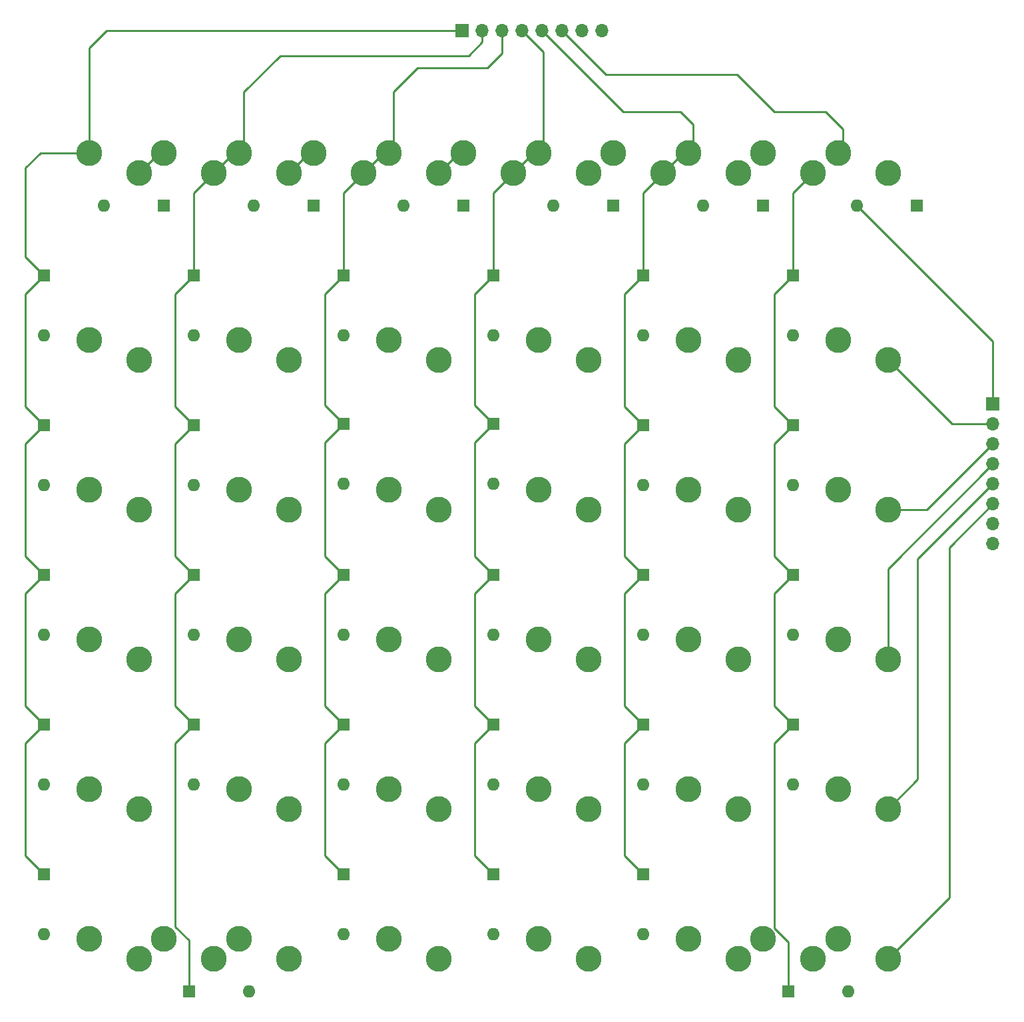
<source format=gbr>
%TF.GenerationSoftware,KiCad,Pcbnew,(6.0.9)*%
%TF.CreationDate,2022-11-26T17:52:30+01:00*%
%TF.ProjectId,tekskey,74656b73-6b65-4792-9e6b-696361645f70,rev?*%
%TF.SameCoordinates,Original*%
%TF.FileFunction,Copper,L2,Bot*%
%TF.FilePolarity,Positive*%
%FSLAX46Y46*%
G04 Gerber Fmt 4.6, Leading zero omitted, Abs format (unit mm)*
G04 Created by KiCad (PCBNEW (6.0.9)) date 2022-11-26 17:52:30*
%MOMM*%
%LPD*%
G01*
G04 APERTURE LIST*
%TA.AperFunction,ComponentPad*%
%ADD10O,1.600000X1.600000*%
%TD*%
%TA.AperFunction,ComponentPad*%
%ADD11R,1.600000X1.600000*%
%TD*%
%TA.AperFunction,ComponentPad*%
%ADD12C,3.300000*%
%TD*%
%TA.AperFunction,ComponentPad*%
%ADD13R,1.700000X1.700000*%
%TD*%
%TA.AperFunction,ComponentPad*%
%ADD14O,1.700000X1.700000*%
%TD*%
%TA.AperFunction,Conductor*%
%ADD15C,0.250000*%
%TD*%
G04 APERTURE END LIST*
D10*
%TO.P,D31,2,A*%
%TO.N,row0*%
X45720000Y-47625000D03*
D11*
%TO.P,D31,1,K*%
%TO.N,Net-(D31-Pad1)*%
X53340000Y-47625000D03*
%TD*%
D12*
%TO.P,SW10,1,1*%
%TO.N,Net-(D1-Pad2)*%
X43815000Y-64770000D03*
%TO.P,SW10,2,2*%
%TO.N,row1*%
X50165000Y-67310000D03*
%TD*%
D11*
%TO.P,D1,1,K*%
%TO.N,col0*%
X38100000Y-56515000D03*
D10*
%TO.P,D1,2,A*%
%TO.N,Net-(D1-Pad2)*%
X38100000Y-64135000D03*
%TD*%
D12*
%TO.P,SW51B1,1,1*%
%TO.N,row5*%
X53340000Y-140970000D03*
%TO.P,SW51B1,2,2*%
%TO.N,Net-(D26-Pad2)*%
X59690000Y-143510000D03*
%TD*%
D11*
%TO.P,D22,1,K*%
%TO.N,col3*%
X95250000Y-113665000D03*
D10*
%TO.P,D22,2,A*%
%TO.N,Net-(D22-Pad2)*%
X95250000Y-121285000D03*
%TD*%
D11*
%TO.P,D32,1,K*%
%TO.N,Net-(D32-Pad1)*%
X72390000Y-47625000D03*
D10*
%TO.P,D32,2,A*%
%TO.N,row0*%
X64770000Y-47625000D03*
%TD*%
D11*
%TO.P,D23,1,K*%
%TO.N,col4*%
X114300000Y-113665000D03*
D10*
%TO.P,D23,2,A*%
%TO.N,Net-(D23-Pad2)*%
X114300000Y-121285000D03*
%TD*%
D12*
%TO.P,SW45,1,1*%
%TO.N,Net-(D24-Pad2)*%
X139065000Y-121920000D03*
%TO.P,SW45,2,2*%
%TO.N,row4*%
X145415000Y-124460000D03*
%TD*%
%TO.P,SW33,1,1*%
%TO.N,Net-(D16-Pad2)*%
X100965000Y-102870000D03*
%TO.P,SW33,2,2*%
%TO.N,row3*%
X107315000Y-105410000D03*
%TD*%
%TO.P,SW15,1,1*%
%TO.N,Net-(D6-Pad2)*%
X139065000Y-64770000D03*
%TO.P,SW15,2,2*%
%TO.N,row1*%
X145415000Y-67310000D03*
%TD*%
%TO.P,SW13,1,1*%
%TO.N,Net-(D4-Pad2)*%
X100965000Y-64770000D03*
%TO.P,SW13,2,2*%
%TO.N,row1*%
X107315000Y-67310000D03*
%TD*%
D11*
%TO.P,D16,1,K*%
%TO.N,col3*%
X95250000Y-94615000D03*
D10*
%TO.P,D16,2,A*%
%TO.N,Net-(D16-Pad2)*%
X95250000Y-102235000D03*
%TD*%
D12*
%TO.P,SW31,1,1*%
%TO.N,Net-(D15-Pad2)*%
X62865000Y-102870000D03*
%TO.P,SW31,2,2*%
%TO.N,row3*%
X69215000Y-105410000D03*
%TD*%
D11*
%TO.P,D19,1,K*%
%TO.N,col0*%
X38100000Y-113665000D03*
D10*
%TO.P,D19,2,A*%
%TO.N,Net-(D19-Pad2)*%
X38100000Y-121285000D03*
%TD*%
D12*
%TO.P,SW51,1,1*%
%TO.N,Net-(D26-Pad2)*%
X62865000Y-140970000D03*
%TO.P,SW51,2,2*%
%TO.N,row5*%
X69215000Y-143510000D03*
%TD*%
%TO.P,SW11,1,1*%
%TO.N,Net-(D2-Pad2)*%
X62865000Y-64770000D03*
%TO.P,SW11,2,2*%
%TO.N,row1*%
X69215000Y-67310000D03*
%TD*%
%TO.P,SW3,1,1*%
%TO.N,col3*%
X100965000Y-40957500D03*
%TO.P,SW3,2,2*%
%TO.N,Net-(D34-Pad1)*%
X107315000Y-43497500D03*
%TD*%
%TO.P,SW0,1,1*%
%TO.N,col0*%
X43815000Y-40957500D03*
%TO.P,SW0,2,2*%
%TO.N,Net-(D31-Pad1)*%
X50165000Y-43497500D03*
%TD*%
D11*
%TO.P,D20,1,K*%
%TO.N,col1*%
X57150000Y-113665000D03*
D10*
%TO.P,D20,2,A*%
%TO.N,Net-(D20-Pad2)*%
X57150000Y-121285000D03*
%TD*%
D11*
%TO.P,D25,1,K*%
%TO.N,col0*%
X38100000Y-132715000D03*
D10*
%TO.P,D25,2,A*%
%TO.N,Net-(D25-Pad2)*%
X38100000Y-140335000D03*
%TD*%
D11*
%TO.P,D36,1,K*%
%TO.N,Net-(D36-Pad1)*%
X149066250Y-47625000D03*
D10*
%TO.P,D36,2,A*%
%TO.N,row0*%
X141446250Y-47625000D03*
%TD*%
D12*
%TO.P,SW52,1,1*%
%TO.N,Net-(D27-Pad2)*%
X81915000Y-140970000D03*
%TO.P,SW52,2,2*%
%TO.N,row5*%
X88265000Y-143510000D03*
%TD*%
D13*
%TO.P,J2,1,Pin_1*%
%TO.N,col0*%
X91281250Y-25400000D03*
D14*
%TO.P,J2,2,Pin_2*%
%TO.N,col1*%
X93821250Y-25400000D03*
%TO.P,J2,3,Pin_3*%
%TO.N,col2*%
X96361250Y-25400000D03*
%TO.P,J2,4,Pin_4*%
%TO.N,col3*%
X98901250Y-25400000D03*
%TO.P,J2,5,Pin_5*%
%TO.N,col4*%
X101441250Y-25400000D03*
%TO.P,J2,6,Pin_6*%
%TO.N,col5*%
X103981250Y-25400000D03*
%TO.P,J2,7,Pin_7*%
%TO.N,LEDIN*%
X106521250Y-25400000D03*
%TO.P,J2,8,Pin_8*%
%TO.N,unconnected-(J2-Pad8)*%
X109061250Y-25400000D03*
%TD*%
D12*
%TO.P,SW34,1,1*%
%TO.N,Net-(D17-Pad2)*%
X120015000Y-102870000D03*
%TO.P,SW34,2,2*%
%TO.N,row3*%
X126365000Y-105410000D03*
%TD*%
%TO.P,SW50,1,1*%
%TO.N,Net-(D25-Pad2)*%
X43815000Y-140970000D03*
%TO.P,SW50,2,2*%
%TO.N,row5*%
X50165000Y-143510000D03*
%TD*%
%TO.P,SW21,1,1*%
%TO.N,Net-(D8-Pad2)*%
X62865000Y-83820000D03*
%TO.P,SW21,2,2*%
%TO.N,row2*%
X69215000Y-86360000D03*
%TD*%
D11*
%TO.P,D13,1,K*%
%TO.N,col2*%
X76200000Y-94615000D03*
D10*
%TO.P,D13,2,A*%
%TO.N,Net-(D13-Pad2)*%
X76200000Y-102235000D03*
%TD*%
D11*
%TO.P,D9,1,K*%
%TO.N,col2*%
X76200000Y-75406250D03*
D10*
%TO.P,D9,2,A*%
%TO.N,Net-(D9-Pad2)*%
X76200000Y-83026250D03*
%TD*%
D12*
%TO.P,SW32,1,1*%
%TO.N,Net-(D13-Pad2)*%
X81915000Y-102870000D03*
%TO.P,SW32,2,2*%
%TO.N,row3*%
X88265000Y-105410000D03*
%TD*%
%TO.P,SW2,1,1*%
%TO.N,col2*%
X81915000Y-40957500D03*
%TO.P,SW2,2,2*%
%TO.N,Net-(D33-Pad1)*%
X88265000Y-43497500D03*
%TD*%
%TO.P,SW54,1,1*%
%TO.N,Net-(D29-Pad2)*%
X120015000Y-140970000D03*
%TO.P,SW54,2,2*%
%TO.N,row5*%
X126365000Y-143510000D03*
%TD*%
%TO.P,SW3B1,1,1*%
%TO.N,Net-(D33-Pad1)*%
X91440000Y-40957500D03*
%TO.P,SW3B1,2,2*%
%TO.N,col3*%
X97790000Y-43497500D03*
%TD*%
%TO.P,SW2B1,1,1*%
%TO.N,Net-(D32-Pad1)*%
X72390000Y-40957500D03*
%TO.P,SW2B1,2,2*%
%TO.N,col2*%
X78740000Y-43497500D03*
%TD*%
D11*
%TO.P,D7,1,K*%
%TO.N,col0*%
X38100000Y-75565000D03*
D10*
%TO.P,D7,2,A*%
%TO.N,Net-(D7-Pad2)*%
X38100000Y-83185000D03*
%TD*%
D12*
%TO.P,SW41,1,1*%
%TO.N,Net-(D20-Pad2)*%
X62865000Y-121920000D03*
%TO.P,SW41,2,2*%
%TO.N,row4*%
X69215000Y-124460000D03*
%TD*%
D11*
%TO.P,D26,1,K*%
%TO.N,col1*%
X56515000Y-147637500D03*
D10*
%TO.P,D26,2,A*%
%TO.N,Net-(D26-Pad2)*%
X64135000Y-147637500D03*
%TD*%
D11*
%TO.P,D17,1,K*%
%TO.N,col4*%
X114300000Y-94615000D03*
D10*
%TO.P,D17,2,A*%
%TO.N,Net-(D17-Pad2)*%
X114300000Y-102235000D03*
%TD*%
D12*
%TO.P,SW1,1,1*%
%TO.N,col1*%
X62865000Y-40957500D03*
%TO.P,SW1,2,2*%
%TO.N,Net-(D32-Pad1)*%
X69215000Y-43497500D03*
%TD*%
D11*
%TO.P,D28,1,K*%
%TO.N,col3*%
X95250000Y-132715000D03*
D10*
%TO.P,D28,2,A*%
%TO.N,Net-(D28-Pad2)*%
X95250000Y-140335000D03*
%TD*%
D11*
%TO.P,D35,1,K*%
%TO.N,Net-(D35-Pad1)*%
X129540000Y-47625000D03*
D10*
%TO.P,D35,2,A*%
%TO.N,row0*%
X121920000Y-47625000D03*
%TD*%
D11*
%TO.P,D4,1,K*%
%TO.N,col3*%
X95250000Y-56515000D03*
D10*
%TO.P,D4,2,A*%
%TO.N,Net-(D4-Pad2)*%
X95250000Y-64135000D03*
%TD*%
D12*
%TO.P,SW55B1,1,1*%
%TO.N,row5*%
X129540000Y-140970000D03*
%TO.P,SW55B1,2,2*%
%TO.N,Net-(SW55B1-Pad2)*%
X135890000Y-143510000D03*
%TD*%
%TO.P,SW25,1,1*%
%TO.N,Net-(D12-Pad2)*%
X139065000Y-83820000D03*
%TO.P,SW25,2,2*%
%TO.N,row2*%
X145415000Y-86360000D03*
%TD*%
D11*
%TO.P,D3,1,K*%
%TO.N,col2*%
X76200000Y-56515000D03*
D10*
%TO.P,D3,2,A*%
%TO.N,Net-(D3-Pad2)*%
X76200000Y-64135000D03*
%TD*%
D11*
%TO.P,D6,1,K*%
%TO.N,col5*%
X133350000Y-56515000D03*
D10*
%TO.P,D6,2,A*%
%TO.N,Net-(D6-Pad2)*%
X133350000Y-64135000D03*
%TD*%
D11*
%TO.P,D18,1,K*%
%TO.N,col5*%
X133350000Y-94615000D03*
D10*
%TO.P,D18,2,A*%
%TO.N,Net-(D18-Pad2)*%
X133350000Y-102235000D03*
%TD*%
D11*
%TO.P,D34,1,K*%
%TO.N,Net-(D34-Pad1)*%
X110490000Y-47625000D03*
D10*
%TO.P,D34,2,A*%
%TO.N,row0*%
X102870000Y-47625000D03*
%TD*%
D12*
%TO.P,SW4B1,1,1*%
%TO.N,Net-(D34-Pad1)*%
X110490000Y-40957500D03*
%TO.P,SW4B1,2,2*%
%TO.N,col4*%
X116840000Y-43497500D03*
%TD*%
%TO.P,SW5,1,1*%
%TO.N,col5*%
X139065000Y-40957500D03*
%TO.P,SW5,2,2*%
%TO.N,Net-(D36-Pad1)*%
X145415000Y-43497500D03*
%TD*%
D11*
%TO.P,D2,1,K*%
%TO.N,col1*%
X57150000Y-56515000D03*
D10*
%TO.P,D2,2,A*%
%TO.N,Net-(D2-Pad2)*%
X57150000Y-64135000D03*
%TD*%
D11*
%TO.P,D30,1,K*%
%TO.N,col5*%
X132715000Y-147637500D03*
D10*
%TO.P,D30,2,A*%
%TO.N,Net-(SW55B1-Pad2)*%
X140335000Y-147637500D03*
%TD*%
D12*
%TO.P,SW20,1,1*%
%TO.N,Net-(D7-Pad2)*%
X43815000Y-83820000D03*
%TO.P,SW20,2,2*%
%TO.N,row2*%
X50165000Y-86360000D03*
%TD*%
D11*
%TO.P,D29,1,K*%
%TO.N,col4*%
X114300000Y-132715000D03*
D10*
%TO.P,D29,2,A*%
%TO.N,Net-(D29-Pad2)*%
X114300000Y-140335000D03*
%TD*%
D12*
%TO.P,SW1B1,1,1*%
%TO.N,Net-(D31-Pad1)*%
X53340000Y-40957500D03*
%TO.P,SW1B1,2,2*%
%TO.N,col1*%
X59690000Y-43497500D03*
%TD*%
%TO.P,SW4,1,1*%
%TO.N,col4*%
X120015000Y-40957500D03*
%TO.P,SW4,2,2*%
%TO.N,Net-(D35-Pad1)*%
X126365000Y-43497500D03*
%TD*%
D11*
%TO.P,D33,1,K*%
%TO.N,Net-(D33-Pad1)*%
X91440000Y-47625000D03*
D10*
%TO.P,D33,2,A*%
%TO.N,row0*%
X83820000Y-47625000D03*
%TD*%
D12*
%TO.P,SW5B1,1,1*%
%TO.N,Net-(D35-Pad1)*%
X129540000Y-40957500D03*
%TO.P,SW5B1,2,2*%
%TO.N,col5*%
X135890000Y-43497500D03*
%TD*%
%TO.P,SW30,1,1*%
%TO.N,Net-(D14-Pad2)*%
X43815000Y-102870000D03*
%TO.P,SW30,2,2*%
%TO.N,row3*%
X50165000Y-105410000D03*
%TD*%
D11*
%TO.P,D27,1,K*%
%TO.N,col2*%
X76200000Y-132715000D03*
D10*
%TO.P,D27,2,A*%
%TO.N,Net-(D27-Pad2)*%
X76200000Y-140335000D03*
%TD*%
D12*
%TO.P,SW42,1,1*%
%TO.N,Net-(D21-Pad2)*%
X81915000Y-121920000D03*
%TO.P,SW42,2,2*%
%TO.N,row4*%
X88265000Y-124460000D03*
%TD*%
%TO.P,SW55,1,1*%
%TO.N,Net-(SW55B1-Pad2)*%
X139065000Y-140970000D03*
%TO.P,SW55,2,2*%
%TO.N,row5*%
X145415000Y-143510000D03*
%TD*%
%TO.P,SW24,1,1*%
%TO.N,Net-(D11-Pad2)*%
X120015000Y-83820000D03*
%TO.P,SW24,2,2*%
%TO.N,row2*%
X126365000Y-86360000D03*
%TD*%
%TO.P,SW40,1,1*%
%TO.N,Net-(D19-Pad2)*%
X43815000Y-121920000D03*
%TO.P,SW40,2,2*%
%TO.N,row4*%
X50165000Y-124460000D03*
%TD*%
D11*
%TO.P,D5,1,K*%
%TO.N,col4*%
X114300000Y-56515000D03*
D10*
%TO.P,D5,2,A*%
%TO.N,Net-(D5-Pad2)*%
X114300000Y-64135000D03*
%TD*%
D12*
%TO.P,SW14,1,1*%
%TO.N,Net-(D5-Pad2)*%
X120015000Y-64770000D03*
%TO.P,SW14,2,2*%
%TO.N,row1*%
X126365000Y-67310000D03*
%TD*%
D11*
%TO.P,D10,1,K*%
%TO.N,col3*%
X95250000Y-75406250D03*
D10*
%TO.P,D10,2,A*%
%TO.N,Net-(D10-Pad2)*%
X95250000Y-83026250D03*
%TD*%
D11*
%TO.P,D15,1,K*%
%TO.N,col1*%
X57150000Y-94615000D03*
D10*
%TO.P,D15,2,A*%
%TO.N,Net-(D15-Pad2)*%
X57150000Y-102235000D03*
%TD*%
D12*
%TO.P,SW44,1,1*%
%TO.N,Net-(D23-Pad2)*%
X120015000Y-121920000D03*
%TO.P,SW44,2,2*%
%TO.N,row4*%
X126365000Y-124460000D03*
%TD*%
D11*
%TO.P,D21,1,K*%
%TO.N,col2*%
X76200000Y-113665000D03*
D10*
%TO.P,D21,2,A*%
%TO.N,Net-(D21-Pad2)*%
X76200000Y-121285000D03*
%TD*%
D13*
%TO.P,J1,1,Pin_1*%
%TO.N,row0*%
X158750000Y-72881250D03*
D14*
%TO.P,J1,2,Pin_2*%
%TO.N,row1*%
X158750000Y-75421250D03*
%TO.P,J1,3,Pin_3*%
%TO.N,row2*%
X158750000Y-77961250D03*
%TO.P,J1,4,Pin_4*%
%TO.N,row3*%
X158750000Y-80501250D03*
%TO.P,J1,5,Pin_5*%
%TO.N,row4*%
X158750000Y-83041250D03*
%TO.P,J1,6,Pin_6*%
%TO.N,row5*%
X158750000Y-85581250D03*
%TO.P,J1,7,Pin_7*%
%TO.N,+5V*%
X158750000Y-88121250D03*
%TO.P,J1,8,Pin_8*%
%TO.N,GND*%
X158750000Y-90661250D03*
%TD*%
D12*
%TO.P,SW23,1,1*%
%TO.N,Net-(D10-Pad2)*%
X100965000Y-83820000D03*
%TO.P,SW23,2,2*%
%TO.N,row2*%
X107315000Y-86360000D03*
%TD*%
D11*
%TO.P,D24,1,K*%
%TO.N,col5*%
X133350000Y-113665000D03*
D10*
%TO.P,D24,2,A*%
%TO.N,Net-(D24-Pad2)*%
X133350000Y-121285000D03*
%TD*%
D11*
%TO.P,D8,1,K*%
%TO.N,col1*%
X57150000Y-75565000D03*
D10*
%TO.P,D8,2,A*%
%TO.N,Net-(D8-Pad2)*%
X57150000Y-83185000D03*
%TD*%
D12*
%TO.P,SW53,1,1*%
%TO.N,Net-(D28-Pad2)*%
X100965000Y-140970000D03*
%TO.P,SW53,2,2*%
%TO.N,row5*%
X107315000Y-143510000D03*
%TD*%
%TO.P,SW12,1,1*%
%TO.N,Net-(D3-Pad2)*%
X81915000Y-64770000D03*
%TO.P,SW12,2,2*%
%TO.N,row1*%
X88265000Y-67310000D03*
%TD*%
D11*
%TO.P,D12,1,K*%
%TO.N,col5*%
X133350000Y-75565000D03*
D10*
%TO.P,D12,2,A*%
%TO.N,Net-(D12-Pad2)*%
X133350000Y-83185000D03*
%TD*%
D12*
%TO.P,SW22,1,1*%
%TO.N,Net-(D9-Pad2)*%
X81915000Y-83820000D03*
%TO.P,SW22,2,2*%
%TO.N,row2*%
X88265000Y-86360000D03*
%TD*%
D11*
%TO.P,D14,1,K*%
%TO.N,col0*%
X38100000Y-94615000D03*
D10*
%TO.P,D14,2,A*%
%TO.N,Net-(D14-Pad2)*%
X38100000Y-102235000D03*
%TD*%
D12*
%TO.P,SW35,1,1*%
%TO.N,Net-(D18-Pad2)*%
X139065000Y-102870000D03*
%TO.P,SW35,2,2*%
%TO.N,row3*%
X145415000Y-105410000D03*
%TD*%
D11*
%TO.P,D11,1,K*%
%TO.N,col4*%
X114300000Y-75565000D03*
D10*
%TO.P,D11,2,A*%
%TO.N,Net-(D11-Pad2)*%
X114300000Y-83185000D03*
%TD*%
D12*
%TO.P,SW43,1,1*%
%TO.N,Net-(D22-Pad2)*%
X100965000Y-121920000D03*
%TO.P,SW43,2,2*%
%TO.N,row4*%
X107315000Y-124460000D03*
%TD*%
D15*
%TO.N,col4*%
X120630001Y-37286251D02*
X120630001Y-40342499D01*
X119062500Y-35718750D02*
X120630001Y-37286251D01*
X120630001Y-40342499D02*
X120015000Y-40957500D01*
X111760000Y-35718750D02*
X119062500Y-35718750D01*
X101441250Y-25400000D02*
X111760000Y-35718750D01*
%TO.N,col0*%
X46037500Y-25400000D02*
X43815000Y-27622500D01*
X46037500Y-25400000D02*
X91281250Y-25400000D01*
X43815000Y-27622500D02*
X43815000Y-40957500D01*
%TO.N,col5*%
X130968750Y-35718750D02*
X137499020Y-35718750D01*
X126206250Y-30956250D02*
X130968750Y-35718750D01*
X103981250Y-25400000D02*
X109537500Y-30956250D01*
X109537500Y-30956250D02*
X126206250Y-30956250D01*
X137499020Y-35718750D02*
X139680001Y-37899732D01*
%TO.N,col3*%
X101600000Y-40322500D02*
X101600000Y-28098750D01*
X101600000Y-28098750D02*
X98901250Y-25400000D01*
X100965000Y-40957500D02*
X101600000Y-40322500D01*
%TO.N,col2*%
X96361250Y-28257500D02*
X96361250Y-25400000D01*
%TO.N,col1*%
X93821250Y-25400000D02*
X93821250Y-26828750D01*
%TO.N,col5*%
X139680001Y-40342499D02*
X139065000Y-40957500D01*
X139680001Y-37899732D02*
X139680001Y-40342499D01*
%TO.N,col4*%
X119380000Y-40957500D02*
X120015000Y-40957500D01*
X116840000Y-43497500D02*
X119380000Y-40957500D01*
%TO.N,col2*%
X81280000Y-40957500D02*
X81915000Y-40957500D01*
X78740000Y-43497500D02*
X81280000Y-40957500D01*
%TO.N,col3*%
X100330000Y-40957500D02*
X100965000Y-40957500D01*
X97790000Y-43497500D02*
X100330000Y-40957500D01*
%TO.N,Net-(D33-Pad1)*%
X90805000Y-40957500D02*
X91440000Y-40957500D01*
X88265000Y-43497500D02*
X90805000Y-40957500D01*
%TO.N,Net-(D31-Pad1)*%
X52705000Y-40957500D02*
X53340000Y-40957500D01*
X50165000Y-43497500D02*
X52705000Y-40957500D01*
%TO.N,col1*%
X62230000Y-40957500D02*
X62865000Y-40957500D01*
X59690000Y-43497500D02*
X62230000Y-40957500D01*
%TO.N,Net-(D32-Pad1)*%
X71755000Y-40957500D02*
X72390000Y-40957500D01*
X69215000Y-43497500D02*
X71755000Y-40957500D01*
%TO.N,col2*%
X94456250Y-30162500D02*
X96361250Y-28257500D01*
X82530001Y-40342499D02*
X82530001Y-33201210D01*
X85568711Y-30162500D02*
X94456250Y-30162500D01*
X81915000Y-40957500D02*
X82530001Y-40342499D01*
X82530001Y-33201210D02*
X85568711Y-30162500D01*
%TO.N,col1*%
X63480001Y-33201210D02*
X63480001Y-40342499D01*
X92075000Y-28575000D02*
X68106211Y-28575000D01*
X63480001Y-40342499D02*
X62865000Y-40957500D01*
X93821250Y-26828750D02*
X92075000Y-28575000D01*
X68106211Y-28575000D02*
X63480001Y-33201210D01*
%TO.N,col0*%
X35718750Y-111283750D02*
X38100000Y-113665000D01*
X38100000Y-113665000D02*
X35718750Y-116046250D01*
%TO.N,row5*%
X153193750Y-135731250D02*
X145415000Y-143510000D01*
X153193750Y-91137500D02*
X153193750Y-135731250D01*
X158750000Y-85581250D02*
X153193750Y-91137500D01*
%TO.N,row4*%
X149205001Y-92586249D02*
X149205001Y-120669999D01*
X149205001Y-120669999D02*
X145415000Y-124460000D01*
X158750000Y-83041250D02*
X149205001Y-92586249D01*
%TO.N,row3*%
X145415000Y-93836250D02*
X145415000Y-105410000D01*
X158750000Y-80501250D02*
X145415000Y-93836250D01*
%TO.N,row2*%
X150351250Y-86360000D02*
X145415000Y-86360000D01*
X158750000Y-77961250D02*
X150351250Y-86360000D01*
%TO.N,row1*%
X153526250Y-75421250D02*
X158750000Y-75421250D01*
X145415000Y-67310000D02*
X153526250Y-75421250D01*
%TO.N,row0*%
X158750000Y-64928750D02*
X158750000Y-72881250D01*
X141446250Y-47625000D02*
X158750000Y-64928750D01*
%TO.N,col5*%
X132715000Y-147637500D02*
X132715000Y-141351928D01*
X130968750Y-139605678D02*
X132715000Y-141351928D01*
%TO.N,col1*%
X54768750Y-139398884D02*
X56515000Y-141145134D01*
X56515000Y-147637500D02*
X56515000Y-141145134D01*
%TO.N,col0*%
X35718750Y-42862500D02*
X35718750Y-54133750D01*
X37623750Y-40957500D02*
X35718750Y-42862500D01*
X35718750Y-54133750D02*
X38100000Y-56515000D01*
X43815000Y-40957500D02*
X37623750Y-40957500D01*
%TO.N,col5*%
X133350000Y-113665000D02*
X130968750Y-116046250D01*
X130968750Y-116046250D02*
X130968750Y-139605678D01*
%TO.N,col4*%
X111918750Y-130333750D02*
X114300000Y-132715000D01*
X111918750Y-116046250D02*
X111918750Y-130333750D01*
X114300000Y-113665000D02*
X111918750Y-116046250D01*
%TO.N,col5*%
X130968750Y-96996250D02*
X130968750Y-111283750D01*
X130968750Y-111283750D02*
X133350000Y-113665000D01*
X133350000Y-94615000D02*
X130968750Y-96996250D01*
%TO.N,col4*%
X111918750Y-111283750D02*
X114300000Y-113665000D01*
X111918750Y-96996250D02*
X111918750Y-111283750D01*
X114300000Y-94615000D02*
X111918750Y-96996250D01*
%TO.N,col5*%
X130968750Y-92233750D02*
X133350000Y-94615000D01*
X130968750Y-77946250D02*
X130968750Y-92233750D01*
X133350000Y-75565000D02*
X130968750Y-77946250D01*
%TO.N,col4*%
X111918750Y-92233750D02*
X114300000Y-94615000D01*
X111918750Y-77946250D02*
X111918750Y-92233750D01*
X114300000Y-75565000D02*
X111918750Y-77946250D01*
%TO.N,col5*%
X130968750Y-73183750D02*
X133350000Y-75565000D01*
X130968750Y-58896250D02*
X130968750Y-73183750D01*
X133350000Y-56515000D02*
X130968750Y-58896250D01*
%TO.N,col4*%
X111918750Y-73183750D02*
X114300000Y-75565000D01*
X111918750Y-58896250D02*
X111918750Y-73183750D01*
X114300000Y-56515000D02*
X111918750Y-58896250D01*
%TO.N,col5*%
X133350000Y-46037500D02*
X135890000Y-43497500D01*
X133350000Y-56515000D02*
X133350000Y-46037500D01*
%TO.N,col4*%
X114300000Y-56515000D02*
X114300000Y-46037500D01*
X114300000Y-46037500D02*
X116840000Y-43497500D01*
%TO.N,col3*%
X95250000Y-46037500D02*
X97790000Y-43497500D01*
X95250000Y-56515000D02*
X95250000Y-46037500D01*
X92868750Y-58896250D02*
X92868750Y-73025000D01*
X92868750Y-73025000D02*
X95250000Y-75406250D01*
X95250000Y-56515000D02*
X92868750Y-58896250D01*
X92868750Y-92233750D02*
X95250000Y-94615000D01*
X92868750Y-77787500D02*
X92868750Y-92233750D01*
X95250000Y-75406250D02*
X92868750Y-77787500D01*
X92868750Y-96996250D02*
X95250000Y-94615000D01*
X95250000Y-113665000D02*
X92868750Y-111283750D01*
X92868750Y-111283750D02*
X92868750Y-96996250D01*
X92868750Y-130333750D02*
X95250000Y-132715000D01*
X92868750Y-116046250D02*
X92868750Y-130333750D01*
X95250000Y-113665000D02*
X92868750Y-116046250D01*
%TO.N,col2*%
X73818750Y-130333750D02*
X76200000Y-132715000D01*
X73818750Y-116046250D02*
X73818750Y-130333750D01*
X76200000Y-113665000D02*
X73818750Y-116046250D01*
X73818750Y-111283750D02*
X76200000Y-113665000D01*
X73818750Y-96996250D02*
X73818750Y-111283750D01*
X76200000Y-94615000D02*
X73818750Y-96996250D01*
X73818750Y-92233750D02*
X76200000Y-94615000D01*
X73818750Y-77787500D02*
X73818750Y-92233750D01*
X76200000Y-75406250D02*
X73818750Y-77787500D01*
X76200000Y-46037500D02*
X78740000Y-43497500D01*
X76200000Y-56515000D02*
X76200000Y-46037500D01*
X73818750Y-73025000D02*
X73818750Y-58896250D01*
X73818750Y-58896250D02*
X76200000Y-56515000D01*
X76200000Y-75406250D02*
X73818750Y-73025000D01*
%TO.N,col1*%
X57150000Y-46037500D02*
X57150000Y-56515000D01*
X59690000Y-43497500D02*
X57150000Y-46037500D01*
X54768750Y-58896250D02*
X57150000Y-56515000D01*
X54768750Y-73183750D02*
X54768750Y-58896250D01*
X57150000Y-75565000D02*
X54768750Y-73183750D01*
X57150000Y-75565000D02*
X54768750Y-77946250D01*
X54768750Y-96996250D02*
X54768750Y-111283750D01*
X57150000Y-94615000D02*
X54768750Y-96996250D01*
X57150000Y-113665000D02*
X54768750Y-116046250D01*
X54768750Y-116046250D02*
X54768750Y-139398884D01*
%TO.N,col0*%
X35718750Y-73183750D02*
X38100000Y-75565000D01*
X35718750Y-58896250D02*
X35718750Y-73183750D01*
X35718750Y-96996250D02*
X35718750Y-111283750D01*
X38100000Y-56515000D02*
X35718750Y-58896250D01*
X35718750Y-130333750D02*
X38100000Y-132715000D01*
X35718750Y-116046250D02*
X35718750Y-130333750D01*
X38100000Y-94615000D02*
X35718750Y-96996250D01*
X35718750Y-77946250D02*
X35718750Y-92233750D01*
X38100000Y-75565000D02*
X35718750Y-77946250D01*
X35718750Y-92233750D02*
X38100000Y-94615000D01*
%TO.N,col1*%
X57150000Y-113665000D02*
X54768750Y-111283750D01*
X54768750Y-92233750D02*
X54768750Y-77946250D01*
X57150000Y-94615000D02*
X54768750Y-92233750D01*
%TD*%
M02*

</source>
